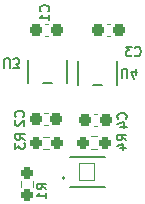
<source format=gbr>
G04 #@! TF.GenerationSoftware,KiCad,Pcbnew,8.0.1*
G04 #@! TF.CreationDate,2025-03-18T23:24:49-06:00*
G04 #@! TF.ProjectId,AlcoholSensor_Rev3,416c636f-686f-46c5-9365-6e736f725f52,rev?*
G04 #@! TF.SameCoordinates,Original*
G04 #@! TF.FileFunction,Legend,Bot*
G04 #@! TF.FilePolarity,Positive*
%FSLAX46Y46*%
G04 Gerber Fmt 4.6, Leading zero omitted, Abs format (unit mm)*
G04 Created by KiCad (PCBNEW 8.0.1) date 2025-03-18 23:24:49*
%MOMM*%
%LPD*%
G01*
G04 APERTURE LIST*
G04 Aperture macros list*
%AMRoundRect*
0 Rectangle with rounded corners*
0 $1 Rounding radius*
0 $2 $3 $4 $5 $6 $7 $8 $9 X,Y pos of 4 corners*
0 Add a 4 corners polygon primitive as box body*
4,1,4,$2,$3,$4,$5,$6,$7,$8,$9,$2,$3,0*
0 Add four circle primitives for the rounded corners*
1,1,$1+$1,$2,$3*
1,1,$1+$1,$4,$5*
1,1,$1+$1,$6,$7*
1,1,$1+$1,$8,$9*
0 Add four rect primitives between the rounded corners*
20,1,$1+$1,$2,$3,$4,$5,0*
20,1,$1+$1,$4,$5,$6,$7,0*
20,1,$1+$1,$6,$7,$8,$9,0*
20,1,$1+$1,$8,$9,$2,$3,0*%
G04 Aperture macros list end*
%ADD10C,0.150000*%
%ADD11C,0.152400*%
%ADD12C,0.120000*%
%ADD13C,0.127000*%
%ADD14C,0.200000*%
%ADD15R,0.508000X1.320800*%
%ADD16R,0.508000X1.003300*%
%ADD17C,2.500000*%
%ADD18R,1.000000X1.000000*%
%ADD19O,1.000000X1.000000*%
%ADD20R,1.700000X1.700000*%
%ADD21O,1.700000X1.700000*%
%ADD22RoundRect,0.237500X-0.300000X-0.237500X0.300000X-0.237500X0.300000X0.237500X-0.300000X0.237500X0*%
%ADD23RoundRect,0.237500X0.237500X-0.250000X0.237500X0.250000X-0.237500X0.250000X-0.237500X-0.250000X0*%
%ADD24RoundRect,0.237500X0.300000X0.237500X-0.300000X0.237500X-0.300000X-0.237500X0.300000X-0.237500X0*%
%ADD25RoundRect,0.237500X-0.250000X-0.237500X0.250000X-0.237500X0.250000X0.237500X-0.250000X0.237500X0*%
%ADD26RoundRect,0.237500X0.250000X0.237500X-0.250000X0.237500X-0.250000X-0.237500X0.250000X-0.237500X0*%
%ADD27R,0.450000X0.800000*%
%ADD28RoundRect,0.050000X-0.650000X-0.750000X0.650000X-0.750000X0.650000X0.750000X-0.650000X0.750000X0*%
G04 APERTURE END LIST*
D10*
X183560476Y-78077704D02*
X183560476Y-77430085D01*
X183560476Y-77430085D02*
X183598571Y-77353895D01*
X183598571Y-77353895D02*
X183636666Y-77315800D01*
X183636666Y-77315800D02*
X183712857Y-77277704D01*
X183712857Y-77277704D02*
X183865238Y-77277704D01*
X183865238Y-77277704D02*
X183941428Y-77315800D01*
X183941428Y-77315800D02*
X183979523Y-77353895D01*
X183979523Y-77353895D02*
X184017619Y-77430085D01*
X184017619Y-77430085D02*
X184017619Y-78077704D01*
X184741428Y-77811038D02*
X184741428Y-77277704D01*
X184550952Y-78115800D02*
X184360475Y-77544371D01*
X184360475Y-77544371D02*
X184855714Y-77544371D01*
X173610476Y-77187704D02*
X173610476Y-76540085D01*
X173610476Y-76540085D02*
X173648571Y-76463895D01*
X173648571Y-76463895D02*
X173686666Y-76425800D01*
X173686666Y-76425800D02*
X173762857Y-76387704D01*
X173762857Y-76387704D02*
X173915238Y-76387704D01*
X173915238Y-76387704D02*
X173991428Y-76425800D01*
X173991428Y-76425800D02*
X174029523Y-76463895D01*
X174029523Y-76463895D02*
X174067619Y-76540085D01*
X174067619Y-76540085D02*
X174067619Y-77187704D01*
X174372380Y-77187704D02*
X174867618Y-77187704D01*
X174867618Y-77187704D02*
X174600952Y-76882942D01*
X174600952Y-76882942D02*
X174715237Y-76882942D01*
X174715237Y-76882942D02*
X174791428Y-76844847D01*
X174791428Y-76844847D02*
X174829523Y-76806752D01*
X174829523Y-76806752D02*
X174867618Y-76730561D01*
X174867618Y-76730561D02*
X174867618Y-76540085D01*
X174867618Y-76540085D02*
X174829523Y-76463895D01*
X174829523Y-76463895D02*
X174791428Y-76425800D01*
X174791428Y-76425800D02*
X174715237Y-76387704D01*
X174715237Y-76387704D02*
X174486666Y-76387704D01*
X174486666Y-76387704D02*
X174410475Y-76425800D01*
X174410475Y-76425800D02*
X174372380Y-76463895D01*
X175226104Y-81326667D02*
X175264200Y-81288571D01*
X175264200Y-81288571D02*
X175302295Y-81174286D01*
X175302295Y-81174286D02*
X175302295Y-81098095D01*
X175302295Y-81098095D02*
X175264200Y-80983809D01*
X175264200Y-80983809D02*
X175188009Y-80907619D01*
X175188009Y-80907619D02*
X175111819Y-80869524D01*
X175111819Y-80869524D02*
X174959438Y-80831428D01*
X174959438Y-80831428D02*
X174845152Y-80831428D01*
X174845152Y-80831428D02*
X174692771Y-80869524D01*
X174692771Y-80869524D02*
X174616580Y-80907619D01*
X174616580Y-80907619D02*
X174540390Y-80983809D01*
X174540390Y-80983809D02*
X174502295Y-81098095D01*
X174502295Y-81098095D02*
X174502295Y-81174286D01*
X174502295Y-81174286D02*
X174540390Y-81288571D01*
X174540390Y-81288571D02*
X174578485Y-81326667D01*
X174578485Y-81631428D02*
X174540390Y-81669524D01*
X174540390Y-81669524D02*
X174502295Y-81745714D01*
X174502295Y-81745714D02*
X174502295Y-81936190D01*
X174502295Y-81936190D02*
X174540390Y-82012381D01*
X174540390Y-82012381D02*
X174578485Y-82050476D01*
X174578485Y-82050476D02*
X174654676Y-82088571D01*
X174654676Y-82088571D02*
X174730866Y-82088571D01*
X174730866Y-82088571D02*
X174845152Y-82050476D01*
X174845152Y-82050476D02*
X175302295Y-81593333D01*
X175302295Y-81593333D02*
X175302295Y-82088571D01*
X177152295Y-87469167D02*
X176771342Y-87202500D01*
X177152295Y-87012024D02*
X176352295Y-87012024D01*
X176352295Y-87012024D02*
X176352295Y-87316786D01*
X176352295Y-87316786D02*
X176390390Y-87392976D01*
X176390390Y-87392976D02*
X176428485Y-87431071D01*
X176428485Y-87431071D02*
X176504676Y-87469167D01*
X176504676Y-87469167D02*
X176618961Y-87469167D01*
X176618961Y-87469167D02*
X176695152Y-87431071D01*
X176695152Y-87431071D02*
X176733247Y-87392976D01*
X176733247Y-87392976D02*
X176771342Y-87316786D01*
X176771342Y-87316786D02*
X176771342Y-87012024D01*
X177152295Y-88231071D02*
X177152295Y-87773928D01*
X177152295Y-88002500D02*
X176352295Y-88002500D01*
X176352295Y-88002500D02*
X176466580Y-87926309D01*
X176466580Y-87926309D02*
X176542771Y-87850119D01*
X176542771Y-87850119D02*
X176580866Y-87773928D01*
X183896104Y-81486667D02*
X183934200Y-81448571D01*
X183934200Y-81448571D02*
X183972295Y-81334286D01*
X183972295Y-81334286D02*
X183972295Y-81258095D01*
X183972295Y-81258095D02*
X183934200Y-81143809D01*
X183934200Y-81143809D02*
X183858009Y-81067619D01*
X183858009Y-81067619D02*
X183781819Y-81029524D01*
X183781819Y-81029524D02*
X183629438Y-80991428D01*
X183629438Y-80991428D02*
X183515152Y-80991428D01*
X183515152Y-80991428D02*
X183362771Y-81029524D01*
X183362771Y-81029524D02*
X183286580Y-81067619D01*
X183286580Y-81067619D02*
X183210390Y-81143809D01*
X183210390Y-81143809D02*
X183172295Y-81258095D01*
X183172295Y-81258095D02*
X183172295Y-81334286D01*
X183172295Y-81334286D02*
X183210390Y-81448571D01*
X183210390Y-81448571D02*
X183248485Y-81486667D01*
X183438961Y-82172381D02*
X183972295Y-82172381D01*
X183134200Y-81981905D02*
X183705628Y-81791428D01*
X183705628Y-81791428D02*
X183705628Y-82286667D01*
X184663332Y-76136104D02*
X184701428Y-76174200D01*
X184701428Y-76174200D02*
X184815713Y-76212295D01*
X184815713Y-76212295D02*
X184891904Y-76212295D01*
X184891904Y-76212295D02*
X185006190Y-76174200D01*
X185006190Y-76174200D02*
X185082380Y-76098009D01*
X185082380Y-76098009D02*
X185120475Y-76021819D01*
X185120475Y-76021819D02*
X185158571Y-75869438D01*
X185158571Y-75869438D02*
X185158571Y-75755152D01*
X185158571Y-75755152D02*
X185120475Y-75602771D01*
X185120475Y-75602771D02*
X185082380Y-75526580D01*
X185082380Y-75526580D02*
X185006190Y-75450390D01*
X185006190Y-75450390D02*
X184891904Y-75412295D01*
X184891904Y-75412295D02*
X184815713Y-75412295D01*
X184815713Y-75412295D02*
X184701428Y-75450390D01*
X184701428Y-75450390D02*
X184663332Y-75488485D01*
X184396666Y-75412295D02*
X183901428Y-75412295D01*
X183901428Y-75412295D02*
X184168094Y-75717057D01*
X184168094Y-75717057D02*
X184053809Y-75717057D01*
X184053809Y-75717057D02*
X183977618Y-75755152D01*
X183977618Y-75755152D02*
X183939523Y-75793247D01*
X183939523Y-75793247D02*
X183901428Y-75869438D01*
X183901428Y-75869438D02*
X183901428Y-76059914D01*
X183901428Y-76059914D02*
X183939523Y-76136104D01*
X183939523Y-76136104D02*
X183977618Y-76174200D01*
X183977618Y-76174200D02*
X184053809Y-76212295D01*
X184053809Y-76212295D02*
X184282380Y-76212295D01*
X184282380Y-76212295D02*
X184358571Y-76174200D01*
X184358571Y-76174200D02*
X184396666Y-76136104D01*
X175342295Y-83286667D02*
X174961342Y-83020000D01*
X175342295Y-82829524D02*
X174542295Y-82829524D01*
X174542295Y-82829524D02*
X174542295Y-83134286D01*
X174542295Y-83134286D02*
X174580390Y-83210476D01*
X174580390Y-83210476D02*
X174618485Y-83248571D01*
X174618485Y-83248571D02*
X174694676Y-83286667D01*
X174694676Y-83286667D02*
X174808961Y-83286667D01*
X174808961Y-83286667D02*
X174885152Y-83248571D01*
X174885152Y-83248571D02*
X174923247Y-83210476D01*
X174923247Y-83210476D02*
X174961342Y-83134286D01*
X174961342Y-83134286D02*
X174961342Y-82829524D01*
X174542295Y-83553333D02*
X174542295Y-84048571D01*
X174542295Y-84048571D02*
X174847057Y-83781905D01*
X174847057Y-83781905D02*
X174847057Y-83896190D01*
X174847057Y-83896190D02*
X174885152Y-83972381D01*
X174885152Y-83972381D02*
X174923247Y-84010476D01*
X174923247Y-84010476D02*
X174999438Y-84048571D01*
X174999438Y-84048571D02*
X175189914Y-84048571D01*
X175189914Y-84048571D02*
X175266104Y-84010476D01*
X175266104Y-84010476D02*
X175304200Y-83972381D01*
X175304200Y-83972381D02*
X175342295Y-83896190D01*
X175342295Y-83896190D02*
X175342295Y-83667619D01*
X175342295Y-83667619D02*
X175304200Y-83591428D01*
X175304200Y-83591428D02*
X175266104Y-83553333D01*
X183952295Y-83326667D02*
X183571342Y-83060000D01*
X183952295Y-82869524D02*
X183152295Y-82869524D01*
X183152295Y-82869524D02*
X183152295Y-83174286D01*
X183152295Y-83174286D02*
X183190390Y-83250476D01*
X183190390Y-83250476D02*
X183228485Y-83288571D01*
X183228485Y-83288571D02*
X183304676Y-83326667D01*
X183304676Y-83326667D02*
X183418961Y-83326667D01*
X183418961Y-83326667D02*
X183495152Y-83288571D01*
X183495152Y-83288571D02*
X183533247Y-83250476D01*
X183533247Y-83250476D02*
X183571342Y-83174286D01*
X183571342Y-83174286D02*
X183571342Y-82869524D01*
X183418961Y-84012381D02*
X183952295Y-84012381D01*
X183114200Y-83821905D02*
X183685628Y-83631428D01*
X183685628Y-83631428D02*
X183685628Y-84126667D01*
X177321104Y-72396667D02*
X177359200Y-72358571D01*
X177359200Y-72358571D02*
X177397295Y-72244286D01*
X177397295Y-72244286D02*
X177397295Y-72168095D01*
X177397295Y-72168095D02*
X177359200Y-72053809D01*
X177359200Y-72053809D02*
X177283009Y-71977619D01*
X177283009Y-71977619D02*
X177206819Y-71939524D01*
X177206819Y-71939524D02*
X177054438Y-71901428D01*
X177054438Y-71901428D02*
X176940152Y-71901428D01*
X176940152Y-71901428D02*
X176787771Y-71939524D01*
X176787771Y-71939524D02*
X176711580Y-71977619D01*
X176711580Y-71977619D02*
X176635390Y-72053809D01*
X176635390Y-72053809D02*
X176597295Y-72168095D01*
X176597295Y-72168095D02*
X176597295Y-72244286D01*
X176597295Y-72244286D02*
X176635390Y-72358571D01*
X176635390Y-72358571D02*
X176673485Y-72396667D01*
X177397295Y-73158571D02*
X177397295Y-72701428D01*
X177397295Y-72930000D02*
X176597295Y-72930000D01*
X176597295Y-72930000D02*
X176711580Y-72853809D01*
X176711580Y-72853809D02*
X176787771Y-72777619D01*
X176787771Y-72777619D02*
X176825866Y-72701428D01*
D11*
X183166399Y-78664100D02*
X183166399Y-76606700D01*
X181126738Y-78664100D02*
X181853260Y-78664100D01*
X179813599Y-76606700D02*
X179813599Y-78664100D01*
X178905599Y-78500450D02*
X178905599Y-76544650D01*
X176916738Y-78500450D02*
X177643260Y-78500450D01*
X175654399Y-76544650D02*
X175654399Y-78500450D01*
D12*
X177293767Y-81030000D02*
X177001233Y-81030000D01*
X177293767Y-82050000D02*
X177001233Y-82050000D01*
X175027500Y-86775276D02*
X175027500Y-87284724D01*
X176072500Y-86775276D02*
X176072500Y-87284724D01*
X181181233Y-81110000D02*
X181473767Y-81110000D01*
X181181233Y-82130000D02*
X181473767Y-82130000D01*
X182573767Y-73510000D02*
X182281233Y-73510000D01*
X182573767Y-74530000D02*
X182281233Y-74530000D01*
X177417224Y-83007500D02*
X176907776Y-83007500D01*
X177417224Y-84052500D02*
X176907776Y-84052500D01*
X180942776Y-82997500D02*
X181452224Y-82997500D01*
X180942776Y-84042500D02*
X181452224Y-84042500D01*
D13*
X182130000Y-84770000D02*
X179130000Y-84770000D01*
X182130000Y-87250000D02*
X179130000Y-87250000D01*
D14*
X178730000Y-86510000D02*
G75*
G02*
X178530000Y-86510000I-100000J0D01*
G01*
X178530000Y-86510000D02*
G75*
G02*
X178730000Y-86510000I100000J0D01*
G01*
D12*
X177333767Y-73450000D02*
X177041233Y-73450000D01*
X177333767Y-74470000D02*
X177041233Y-74470000D01*
%LPC*%
D15*
X180539998Y-76340000D03*
X181489999Y-76340000D03*
X182440000Y-76340000D03*
X182440000Y-78930800D03*
X180539998Y-78930800D03*
D16*
X176329998Y-76170000D03*
X177279999Y-76170000D03*
X178230000Y-76170000D03*
X178230000Y-78875100D03*
X176329998Y-78875100D03*
D17*
X174560000Y-70740000D03*
D18*
X187550000Y-80050000D03*
D19*
X187550000Y-81320000D03*
X187550000Y-82590000D03*
X187550000Y-83860000D03*
D17*
X185090000Y-70960000D03*
D18*
X173740000Y-79980000D03*
D19*
X173740000Y-81250000D03*
X173740000Y-82520000D03*
X173740000Y-83790000D03*
D20*
X178420000Y-70830000D03*
D21*
X180960000Y-70830000D03*
D22*
X176285000Y-81540000D03*
X178010000Y-81540000D03*
D23*
X175550000Y-87942500D03*
X175550000Y-86117500D03*
D24*
X182190000Y-81620000D03*
X180465000Y-81620000D03*
D22*
X181565000Y-74020000D03*
X183290000Y-74020000D03*
D25*
X176250000Y-83530000D03*
X178075000Y-83530000D03*
D26*
X182110000Y-83520000D03*
X180285000Y-83520000D03*
D27*
X179420000Y-86550000D03*
X179420000Y-85470000D03*
X181840000Y-85470000D03*
X181840000Y-86550000D03*
D28*
X180630000Y-86010000D03*
D22*
X176325000Y-73960000D03*
X178050000Y-73960000D03*
%LPD*%
M02*

</source>
